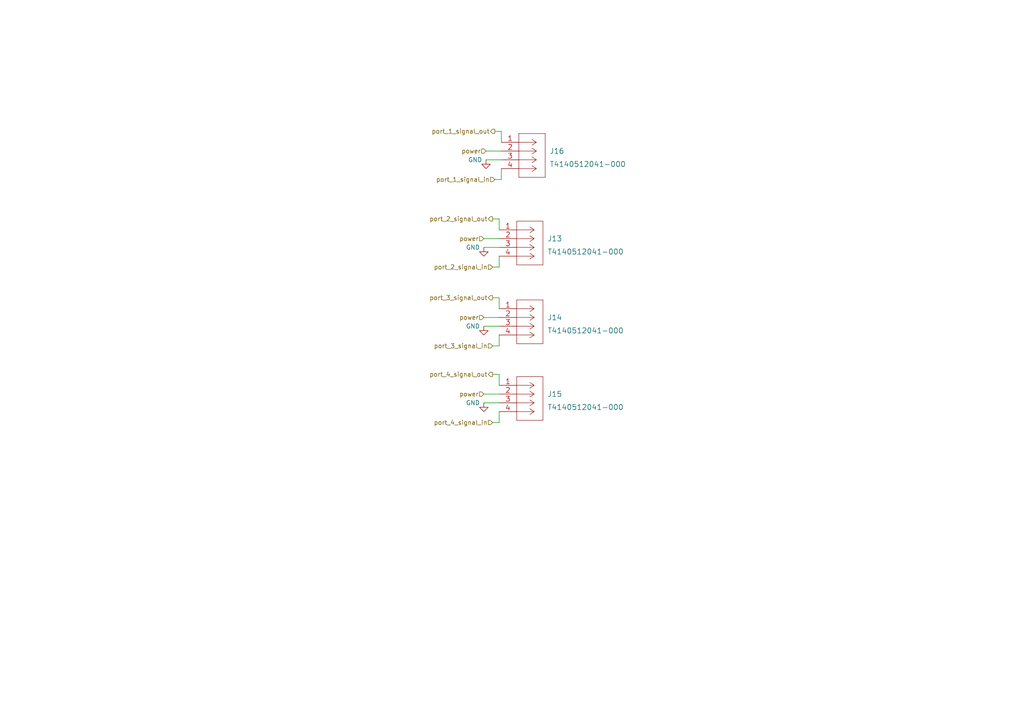
<source format=kicad_sch>
(kicad_sch (version 20211123) (generator eeschema)

  (uuid 8101cec6-c4d2-439c-8232-80b8acc31b16)

  (paper "A4")

  (lib_symbols
    (symbol "TE_Connectivity:T4140512041-000" (pin_names (offset 0.254) hide) (in_bom yes) (on_board yes)
      (property "Reference" "J" (id 0) (at 8.89 6.35 0)
        (effects (font (size 1.524 1.524)))
      )
      (property "Value" "T4140512041-000" (id 1) (at 8.89 -12.7 0)
        (effects (font (size 1.524 1.524)))
      )
      (property "Footprint" "CONN4_T4140512041" (id 2) (at 8.89 10.16 0)
        (effects (font (size 1.524 1.524)) hide)
      )
      (property "Datasheet" "" (id 3) (at 0 0 0)
        (effects (font (size 1.524 1.524)))
      )
      (property "ki_locked" "" (id 4) (at 0 0 0)
        (effects (font (size 1.27 1.27)))
      )
      (property "ki_fp_filters" "CONN4_T4140512041" (id 5) (at 0 0 0)
        (effects (font (size 1.27 1.27)) hide)
      )
      (symbol "T4140512041-000_1_1"
        (polyline
          (pts
            (xy 5.08 -10.16)
            (xy 12.7 -10.16)
          )
          (stroke (width 0.127) (type default) (color 0 0 0 0))
          (fill (type none))
        )
        (polyline
          (pts
            (xy 5.08 2.54)
            (xy 5.08 -10.16)
          )
          (stroke (width 0.127) (type default) (color 0 0 0 0))
          (fill (type none))
        )
        (polyline
          (pts
            (xy 10.16 -7.62)
            (xy 5.08 -7.62)
          )
          (stroke (width 0.127) (type default) (color 0 0 0 0))
          (fill (type none))
        )
        (polyline
          (pts
            (xy 10.16 -7.62)
            (xy 8.89 -8.4582)
          )
          (stroke (width 0.127) (type default) (color 0 0 0 0))
          (fill (type none))
        )
        (polyline
          (pts
            (xy 10.16 -7.62)
            (xy 8.89 -6.7818)
          )
          (stroke (width 0.127) (type default) (color 0 0 0 0))
          (fill (type none))
        )
        (polyline
          (pts
            (xy 10.16 -5.08)
            (xy 5.08 -5.08)
          )
          (stroke (width 0.127) (type default) (color 0 0 0 0))
          (fill (type none))
        )
        (polyline
          (pts
            (xy 10.16 -5.08)
            (xy 8.89 -5.9182)
          )
          (stroke (width 0.127) (type default) (color 0 0 0 0))
          (fill (type none))
        )
        (polyline
          (pts
            (xy 10.16 -5.08)
            (xy 8.89 -4.2418)
          )
          (stroke (width 0.127) (type default) (color 0 0 0 0))
          (fill (type none))
        )
        (polyline
          (pts
            (xy 10.16 -2.54)
            (xy 5.08 -2.54)
          )
          (stroke (width 0.127) (type default) (color 0 0 0 0))
          (fill (type none))
        )
        (polyline
          (pts
            (xy 10.16 -2.54)
            (xy 8.89 -3.3782)
          )
          (stroke (width 0.127) (type default) (color 0 0 0 0))
          (fill (type none))
        )
        (polyline
          (pts
            (xy 10.16 -2.54)
            (xy 8.89 -1.7018)
          )
          (stroke (width 0.127) (type default) (color 0 0 0 0))
          (fill (type none))
        )
        (polyline
          (pts
            (xy 10.16 0)
            (xy 5.08 0)
          )
          (stroke (width 0.127) (type default) (color 0 0 0 0))
          (fill (type none))
        )
        (polyline
          (pts
            (xy 10.16 0)
            (xy 8.89 -0.8382)
          )
          (stroke (width 0.127) (type default) (color 0 0 0 0))
          (fill (type none))
        )
        (polyline
          (pts
            (xy 10.16 0)
            (xy 8.89 0.8382)
          )
          (stroke (width 0.127) (type default) (color 0 0 0 0))
          (fill (type none))
        )
        (polyline
          (pts
            (xy 12.7 -10.16)
            (xy 12.7 2.54)
          )
          (stroke (width 0.127) (type default) (color 0 0 0 0))
          (fill (type none))
        )
        (polyline
          (pts
            (xy 12.7 2.54)
            (xy 5.08 2.54)
          )
          (stroke (width 0.127) (type default) (color 0 0 0 0))
          (fill (type none))
        )
        (pin unspecified line (at 0 0 0) (length 5.08)
          (name "1" (effects (font (size 1.4986 1.4986))))
          (number "1" (effects (font (size 1.4986 1.4986))))
        )
        (pin unspecified line (at 0 -2.54 0) (length 5.08)
          (name "2" (effects (font (size 1.4986 1.4986))))
          (number "2" (effects (font (size 1.4986 1.4986))))
        )
        (pin unspecified line (at 0 -5.08 0) (length 5.08)
          (name "3" (effects (font (size 1.4986 1.4986))))
          (number "3" (effects (font (size 1.4986 1.4986))))
        )
        (pin unspecified line (at 0 -7.62 0) (length 5.08)
          (name "4" (effects (font (size 1.4986 1.4986))))
          (number "4" (effects (font (size 1.4986 1.4986))))
        )
      )
    )
    (symbol "power:GND" (power) (pin_names (offset 0)) (in_bom yes) (on_board yes)
      (property "Reference" "#PWR" (id 0) (at 0 -6.35 0)
        (effects (font (size 1.27 1.27)) hide)
      )
      (property "Value" "GND" (id 1) (at 0 -3.81 0)
        (effects (font (size 1.27 1.27)))
      )
      (property "Footprint" "" (id 2) (at 0 0 0)
        (effects (font (size 1.27 1.27)) hide)
      )
      (property "Datasheet" "" (id 3) (at 0 0 0)
        (effects (font (size 1.27 1.27)) hide)
      )
      (property "ki_keywords" "power-flag" (id 4) (at 0 0 0)
        (effects (font (size 1.27 1.27)) hide)
      )
      (property "ki_description" "Power symbol creates a global label with name \"GND\" , ground" (id 5) (at 0 0 0)
        (effects (font (size 1.27 1.27)) hide)
      )
      (symbol "GND_0_1"
        (polyline
          (pts
            (xy 0 0)
            (xy 0 -1.27)
            (xy 1.27 -1.27)
            (xy 0 -2.54)
            (xy -1.27 -1.27)
            (xy 0 -1.27)
          )
          (stroke (width 0) (type default) (color 0 0 0 0))
          (fill (type none))
        )
      )
      (symbol "GND_1_1"
        (pin power_in line (at 0 0 270) (length 0) hide
          (name "GND" (effects (font (size 1.27 1.27))))
          (number "1" (effects (font (size 1.27 1.27))))
        )
      )
    )
  )


  (wire (pts (xy 144.78 108.585) (xy 142.875 108.585))
    (stroke (width 0) (type default) (color 0 0 0 0))
    (uuid 0a49448b-4575-42b2-9411-cc0eb7ff3459)
  )
  (wire (pts (xy 144.78 74.295) (xy 144.78 77.47))
    (stroke (width 0) (type default) (color 0 0 0 0))
    (uuid 0d138e26-e6e6-4b79-84c2-bb4a35cbc7c8)
  )
  (wire (pts (xy 145.415 38.1) (xy 143.51 38.1))
    (stroke (width 0) (type default) (color 0 0 0 0))
    (uuid 109ede2a-7e58-4bbb-a689-eb0a6bb207f2)
  )
  (wire (pts (xy 140.97 43.815) (xy 145.415 43.815))
    (stroke (width 0) (type default) (color 0 0 0 0))
    (uuid 1ef02bec-1f4f-4ba7-85cd-e176d167d3bf)
  )
  (wire (pts (xy 140.335 92.075) (xy 144.78 92.075))
    (stroke (width 0) (type default) (color 0 0 0 0))
    (uuid 213f0e6c-f19a-466e-b958-060777fabff5)
  )
  (wire (pts (xy 144.78 63.5) (xy 142.875 63.5))
    (stroke (width 0) (type default) (color 0 0 0 0))
    (uuid 3ce2b838-dda3-46fc-bd29-5c3631bb69fa)
  )
  (wire (pts (xy 144.78 63.5) (xy 144.78 66.675))
    (stroke (width 0) (type default) (color 0 0 0 0))
    (uuid 5992df6f-8206-401d-889b-95ed106b28c5)
  )
  (wire (pts (xy 145.415 48.895) (xy 145.415 52.07))
    (stroke (width 0) (type default) (color 0 0 0 0))
    (uuid 5bf1728c-4c01-4ed7-b34f-4f1077d0501d)
  )
  (wire (pts (xy 144.78 108.585) (xy 144.78 111.76))
    (stroke (width 0) (type default) (color 0 0 0 0))
    (uuid 69438395-79bb-4570-b18b-4b82d1b0bb73)
  )
  (wire (pts (xy 144.78 122.555) (xy 142.875 122.555))
    (stroke (width 0) (type default) (color 0 0 0 0))
    (uuid 81251ff0-a1a2-4a21-b32d-8214e1c92c09)
  )
  (wire (pts (xy 140.335 94.615) (xy 144.78 94.615))
    (stroke (width 0) (type default) (color 0 0 0 0))
    (uuid 8818560b-8d6f-43e9-951f-ab13f7c1aae3)
  )
  (wire (pts (xy 144.78 86.36) (xy 142.875 86.36))
    (stroke (width 0) (type default) (color 0 0 0 0))
    (uuid 919cd8cd-6891-469d-a419-569f43bea97c)
  )
  (wire (pts (xy 144.78 86.36) (xy 144.78 89.535))
    (stroke (width 0) (type default) (color 0 0 0 0))
    (uuid 99100485-68a1-4ef4-a728-6edf52e3846e)
  )
  (wire (pts (xy 144.78 97.155) (xy 144.78 100.33))
    (stroke (width 0) (type default) (color 0 0 0 0))
    (uuid b8d41a3c-8cc6-4d4e-862f-b8cbf40e05e0)
  )
  (wire (pts (xy 140.97 46.355) (xy 145.415 46.355))
    (stroke (width 0) (type default) (color 0 0 0 0))
    (uuid bc86b045-e2fd-4c63-abe2-29dcf14cb2b3)
  )
  (wire (pts (xy 144.78 77.47) (xy 142.875 77.47))
    (stroke (width 0) (type default) (color 0 0 0 0))
    (uuid bc9bf8b2-7e83-4786-971e-d6be3e0da09a)
  )
  (wire (pts (xy 144.78 119.38) (xy 144.78 122.555))
    (stroke (width 0) (type default) (color 0 0 0 0))
    (uuid bfaf7e54-d23b-4009-93bc-a91ab5ad437d)
  )
  (wire (pts (xy 140.335 71.755) (xy 144.78 71.755))
    (stroke (width 0) (type default) (color 0 0 0 0))
    (uuid c6371f36-00b8-4b26-a39d-1df7132a32e8)
  )
  (wire (pts (xy 144.78 100.33) (xy 142.875 100.33))
    (stroke (width 0) (type default) (color 0 0 0 0))
    (uuid ce233d32-fdce-4c46-86f1-194590b4af93)
  )
  (wire (pts (xy 140.335 69.215) (xy 144.78 69.215))
    (stroke (width 0) (type default) (color 0 0 0 0))
    (uuid ce93991a-ebfd-47ea-a7eb-1d01630f7f0b)
  )
  (wire (pts (xy 145.415 38.1) (xy 145.415 41.275))
    (stroke (width 0) (type default) (color 0 0 0 0))
    (uuid d30f398e-791c-4caf-a288-361926f30ce3)
  )
  (wire (pts (xy 145.415 52.07) (xy 143.51 52.07))
    (stroke (width 0) (type default) (color 0 0 0 0))
    (uuid d4272d47-da43-400b-81a0-a5413ae283d1)
  )
  (wire (pts (xy 140.335 114.3) (xy 144.78 114.3))
    (stroke (width 0) (type default) (color 0 0 0 0))
    (uuid ec2fa051-7d84-4108-a6dd-31aa58ae3c4b)
  )
  (wire (pts (xy 140.335 116.84) (xy 144.78 116.84))
    (stroke (width 0) (type default) (color 0 0 0 0))
    (uuid f49a0be8-3996-4882-a1c5-4b71e646445e)
  )

  (hierarchical_label "port_4_signal_out" (shape output) (at 142.875 108.585 180)
    (effects (font (size 1.27 1.27)) (justify right))
    (uuid 1c22fafe-32e5-43c5-b2a6-f1ad6efa340a)
  )
  (hierarchical_label "port_3_signal_in" (shape input) (at 142.875 100.33 180)
    (effects (font (size 1.27 1.27)) (justify right))
    (uuid 1f74a4b9-32af-4319-a019-3e4bbb7ad170)
  )
  (hierarchical_label "port_4_signal_in" (shape input) (at 142.875 122.555 180)
    (effects (font (size 1.27 1.27)) (justify right))
    (uuid 23c53d32-602d-40d0-99a1-6c01b224c00a)
  )
  (hierarchical_label "port_2_signal_in" (shape input) (at 142.875 77.47 180)
    (effects (font (size 1.27 1.27)) (justify right))
    (uuid 2d602c15-06b6-47c8-ab46-de64e7a26159)
  )
  (hierarchical_label "power" (shape input) (at 140.335 92.075 180)
    (effects (font (size 1.27 1.27)) (justify right))
    (uuid 39ea8e29-0ec6-4fa5-8583-d656ac94d88e)
  )
  (hierarchical_label "power" (shape input) (at 140.335 69.215 180)
    (effects (font (size 1.27 1.27)) (justify right))
    (uuid 4845d368-96c3-4406-bfe4-504cb7573699)
  )
  (hierarchical_label "port_3_signal_out" (shape output) (at 142.875 86.36 180)
    (effects (font (size 1.27 1.27)) (justify right))
    (uuid 5a10c597-835b-48b6-a076-197324a2cbc6)
  )
  (hierarchical_label "power" (shape input) (at 140.97 43.815 180)
    (effects (font (size 1.27 1.27)) (justify right))
    (uuid 8af2d5ad-70a9-494a-9383-a460dd63da52)
  )
  (hierarchical_label "power" (shape input) (at 140.335 114.3 180)
    (effects (font (size 1.27 1.27)) (justify right))
    (uuid b7f71b39-c166-428c-9d7f-d6ef9d15a8c7)
  )
  (hierarchical_label "port_2_signal_out" (shape output) (at 142.875 63.5 180)
    (effects (font (size 1.27 1.27)) (justify right))
    (uuid cc25df20-b622-49a7-a3e0-5e67c5ba17ed)
  )
  (hierarchical_label "port_1_signal_in" (shape input) (at 143.51 52.07 180)
    (effects (font (size 1.27 1.27)) (justify right))
    (uuid ce86e8c3-9217-4f8e-ba5c-875b122a57c2)
  )
  (hierarchical_label "port_1_signal_out" (shape output) (at 143.51 38.1 180)
    (effects (font (size 1.27 1.27)) (justify right))
    (uuid fb12235b-4854-4d76-9030-6e4bd89d7da0)
  )

  (symbol (lib_id "TE_Connectivity:T4140512041-000") (at 144.78 89.535 0)
    (in_bom yes) (on_board yes) (fields_autoplaced)
    (uuid 0efabb16-ac3a-4517-913c-555335d430a6)
    (property "Reference" "J14" (id 0) (at 158.75 92.075 0)
      (effects (font (size 1.524 1.524)) (justify left))
    )
    (property "Value" "T4140512041-000" (id 1) (at 158.75 95.885 0)
      (effects (font (size 1.524 1.524)) (justify left))
    )
    (property "Footprint" "Connector_TE-Connectivity:T4140512041-000" (id 2) (at 153.67 79.375 0)
      (effects (font (size 1.524 1.524)) hide)
    )
    (property "Datasheet" "" (id 3) (at 144.78 89.535 0)
      (effects (font (size 1.524 1.524)))
    )
    (pin "1" (uuid 7bbba54d-4b0e-43da-88d0-316685c5bef9))
    (pin "2" (uuid b3181379-aa1e-4961-a9a8-74c748176677))
    (pin "3" (uuid 01f08ad9-6dfc-4659-99ef-ccdc129dd9d4))
    (pin "4" (uuid cef8d949-3b6c-475f-a397-2c2064ebdebd))
  )

  (symbol (lib_id "power:GND") (at 140.335 71.755 0)
    (in_bom yes) (on_board yes)
    (uuid 10f00bea-93fa-429f-9aa7-dbf9b1d73aaf)
    (property "Reference" "#PWR0117" (id 0) (at 140.335 78.105 0)
      (effects (font (size 1.27 1.27)) hide)
    )
    (property "Value" "GND" (id 1) (at 137.16 71.755 0))
    (property "Footprint" "" (id 2) (at 140.335 71.755 0)
      (effects (font (size 1.27 1.27)) hide)
    )
    (property "Datasheet" "" (id 3) (at 140.335 71.755 0)
      (effects (font (size 1.27 1.27)) hide)
    )
    (pin "1" (uuid f2d0b3d0-b419-4d79-a159-74871dda669d))
  )

  (symbol (lib_id "TE_Connectivity:T4140512041-000") (at 144.78 66.675 0)
    (in_bom yes) (on_board yes) (fields_autoplaced)
    (uuid 75e244d8-06ac-4e71-b5b3-e1e250665484)
    (property "Reference" "J13" (id 0) (at 158.75 69.215 0)
      (effects (font (size 1.524 1.524)) (justify left))
    )
    (property "Value" "T4140512041-000" (id 1) (at 158.75 73.025 0)
      (effects (font (size 1.524 1.524)) (justify left))
    )
    (property "Footprint" "Connector_TE-Connectivity:T4140512041-000" (id 2) (at 153.67 56.515 0)
      (effects (font (size 1.524 1.524)) hide)
    )
    (property "Datasheet" "" (id 3) (at 144.78 66.675 0)
      (effects (font (size 1.524 1.524)))
    )
    (pin "1" (uuid cf3ee1e0-fecd-4d3c-be71-86cb2e975e21))
    (pin "2" (uuid b16d302a-f1fc-4d90-8a44-768751aa5b59))
    (pin "3" (uuid d06501cb-e1de-45f3-b145-0d1213430619))
    (pin "4" (uuid f2cf7ede-2026-402a-ad3e-e67c12eafd0d))
  )

  (symbol (lib_id "power:GND") (at 140.335 116.84 0)
    (in_bom yes) (on_board yes)
    (uuid 7becd97b-7beb-41c7-96b3-90e5526b4724)
    (property "Reference" "#PWR0119" (id 0) (at 140.335 123.19 0)
      (effects (font (size 1.27 1.27)) hide)
    )
    (property "Value" "GND" (id 1) (at 137.16 116.84 0))
    (property "Footprint" "" (id 2) (at 140.335 116.84 0)
      (effects (font (size 1.27 1.27)) hide)
    )
    (property "Datasheet" "" (id 3) (at 140.335 116.84 0)
      (effects (font (size 1.27 1.27)) hide)
    )
    (pin "1" (uuid 0c58b275-bbeb-4d03-b395-8a56187231dd))
  )

  (symbol (lib_id "TE_Connectivity:T4140512041-000") (at 145.415 41.275 0)
    (in_bom yes) (on_board yes) (fields_autoplaced)
    (uuid 8a1de117-872b-4c57-b933-4787e59209c5)
    (property "Reference" "J16" (id 0) (at 159.385 43.815 0)
      (effects (font (size 1.524 1.524)) (justify left))
    )
    (property "Value" "T4140512041-000" (id 1) (at 159.385 47.625 0)
      (effects (font (size 1.524 1.524)) (justify left))
    )
    (property "Footprint" "Connector_TE-Connectivity:T4140512041-000" (id 2) (at 154.305 31.115 0)
      (effects (font (size 1.524 1.524)) hide)
    )
    (property "Datasheet" "" (id 3) (at 145.415 41.275 0)
      (effects (font (size 1.524 1.524)))
    )
    (pin "1" (uuid aacfc5bf-197b-479e-b8fb-679cf9b9efe8))
    (pin "2" (uuid 7c086b8b-6e57-4b65-aba1-6cb152c0b0b4))
    (pin "3" (uuid 92e72fdd-a0b2-4d3e-9926-580780d1004f))
    (pin "4" (uuid a4995e02-61a9-474d-863a-186123aaa799))
  )

  (symbol (lib_id "TE_Connectivity:T4140512041-000") (at 144.78 111.76 0)
    (in_bom yes) (on_board yes) (fields_autoplaced)
    (uuid a32103ea-ce66-4dcc-860b-25c568864240)
    (property "Reference" "J15" (id 0) (at 158.75 114.3 0)
      (effects (font (size 1.524 1.524)) (justify left))
    )
    (property "Value" "T4140512041-000" (id 1) (at 158.75 118.11 0)
      (effects (font (size 1.524 1.524)) (justify left))
    )
    (property "Footprint" "Connector_TE-Connectivity:T4140512041-000" (id 2) (at 153.67 101.6 0)
      (effects (font (size 1.524 1.524)) hide)
    )
    (property "Datasheet" "" (id 3) (at 144.78 111.76 0)
      (effects (font (size 1.524 1.524)))
    )
    (pin "1" (uuid c41b5924-8335-49ed-a368-010919087455))
    (pin "2" (uuid 5a913820-2b63-4292-87ae-449f99dcb996))
    (pin "3" (uuid b773451f-7cda-4792-809a-8d989c9d28a5))
    (pin "4" (uuid 7590b169-4e22-4df3-814a-4c9650240c21))
  )

  (symbol (lib_id "power:GND") (at 140.335 94.615 0)
    (in_bom yes) (on_board yes)
    (uuid d74e7c34-477c-4f31-8ced-e995d77964e3)
    (property "Reference" "#PWR0116" (id 0) (at 140.335 100.965 0)
      (effects (font (size 1.27 1.27)) hide)
    )
    (property "Value" "GND" (id 1) (at 137.16 94.615 0))
    (property "Footprint" "" (id 2) (at 140.335 94.615 0)
      (effects (font (size 1.27 1.27)) hide)
    )
    (property "Datasheet" "" (id 3) (at 140.335 94.615 0)
      (effects (font (size 1.27 1.27)) hide)
    )
    (pin "1" (uuid 6f357c80-23f2-4af5-ab31-66bf09f67d81))
  )

  (symbol (lib_id "power:GND") (at 140.97 46.355 0)
    (in_bom yes) (on_board yes)
    (uuid d74f8027-eec3-4cf8-a520-b058d7821a9b)
    (property "Reference" "#PWR0115" (id 0) (at 140.97 52.705 0)
      (effects (font (size 1.27 1.27)) hide)
    )
    (property "Value" "GND" (id 1) (at 137.795 46.355 0))
    (property "Footprint" "" (id 2) (at 140.97 46.355 0)
      (effects (font (size 1.27 1.27)) hide)
    )
    (property "Datasheet" "" (id 3) (at 140.97 46.355 0)
      (effects (font (size 1.27 1.27)) hide)
    )
    (pin "1" (uuid 109952a6-63dc-46b6-b230-dda9597aad3f))
  )
)

</source>
